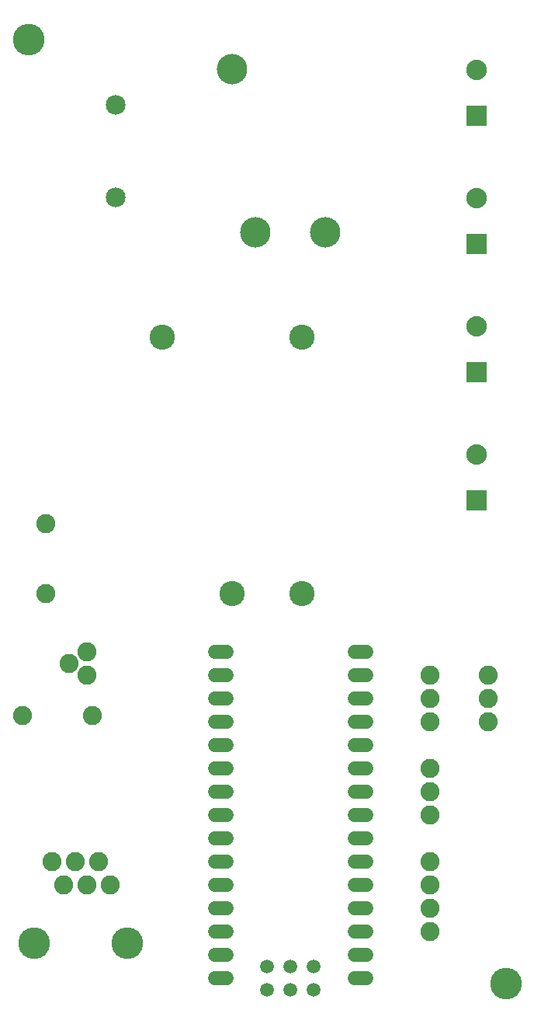
<source format=gbr>
G04 EAGLE Gerber RS-274X export*
G75*
%MOMM*%
%FSLAX34Y34*%
%LPD*%
%INSoldermask Bottom*%
%IPPOS*%
%AMOC8*
5,1,8,0,0,1.08239X$1,22.5*%
G01*
%ADD10C,3.454400*%
%ADD11C,2.082800*%
%ADD12R,2.235200X2.235200*%
%ADD13C,2.235200*%
%ADD14C,3.319200*%
%ADD15C,2.159000*%
%ADD16C,2.743200*%
%ADD17C,1.511200*%
%ADD18C,1.511200*%


D10*
X552450Y31750D03*
X31750Y1060450D03*
D11*
X50800Y533400D03*
X50800Y457200D03*
X57150Y165100D03*
X69850Y139700D03*
X82550Y165100D03*
X95250Y139700D03*
X107950Y165100D03*
X120650Y139700D03*
D10*
X38100Y76200D03*
X139700Y76200D03*
D12*
X520700Y977900D03*
D13*
X520700Y1027900D03*
D11*
X469900Y215900D03*
X469900Y241300D03*
X469900Y266700D03*
X469900Y88900D03*
X469900Y114300D03*
X469900Y139700D03*
X469900Y165100D03*
X469900Y368300D03*
X469900Y342900D03*
X469900Y317500D03*
X533400Y368300D03*
X533400Y342900D03*
X533400Y317500D03*
D12*
X520700Y838200D03*
D13*
X520700Y888200D03*
D12*
X520700Y698500D03*
D13*
X520700Y748500D03*
D12*
X520700Y558800D03*
D13*
X520700Y608800D03*
D14*
X355600Y850900D03*
X279400Y850900D03*
X254000Y1028700D03*
D15*
X127000Y989900D03*
X127000Y889000D03*
D16*
X254000Y457200D03*
X330200Y457200D03*
X330200Y736600D03*
X177800Y736600D03*
D11*
X95250Y368300D03*
X76200Y381000D03*
X95250Y393700D03*
X101600Y323850D03*
X25400Y323850D03*
D17*
X387160Y38100D02*
X400240Y38100D01*
X400240Y63500D02*
X387160Y63500D01*
X387160Y88900D02*
X400240Y88900D01*
X400240Y114300D02*
X387160Y114300D01*
X387160Y139700D02*
X400240Y139700D01*
X400240Y165100D02*
X387160Y165100D01*
X387160Y190500D02*
X400240Y190500D01*
X400240Y215900D02*
X387160Y215900D01*
X387160Y241300D02*
X400240Y241300D01*
X400240Y266700D02*
X387160Y266700D01*
X387160Y292100D02*
X400240Y292100D01*
X400240Y317500D02*
X387160Y317500D01*
X247840Y38100D02*
X234760Y38100D01*
X234760Y63500D02*
X247840Y63500D01*
X247840Y88900D02*
X234760Y88900D01*
X234760Y241300D02*
X247840Y241300D01*
X247840Y266700D02*
X234760Y266700D01*
X234760Y292100D02*
X247840Y292100D01*
X247840Y317500D02*
X234760Y317500D01*
X234760Y393700D02*
X247840Y393700D01*
X387160Y393700D02*
X400240Y393700D01*
X400240Y368300D02*
X387160Y368300D01*
X387160Y342900D02*
X400240Y342900D01*
X247840Y368300D02*
X234760Y368300D01*
X234760Y342900D02*
X247840Y342900D01*
X247840Y114300D02*
X234760Y114300D01*
D18*
X292100Y50800D03*
X317500Y50800D03*
X342900Y50800D03*
D17*
X247840Y215900D02*
X234760Y215900D01*
X234760Y190500D02*
X247840Y190500D01*
X247840Y165100D02*
X234760Y165100D01*
X234760Y139700D02*
X247840Y139700D01*
D18*
X292100Y25400D03*
X317500Y25400D03*
X342900Y25400D03*
M02*

</source>
